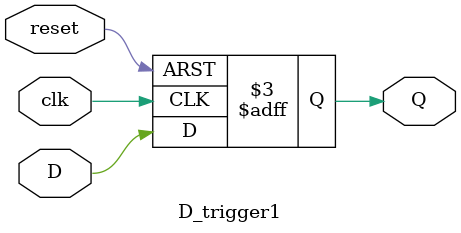
<source format=v>
module D_trigger1(clk,reset,D,Q);
input clk,reset;
input  D;
output reg  Q;

always@(posedge clk or negedge reset) begin
  if(~reset) begin
    Q <= 1'b0;
  end
  else begin 
    Q <= D;
  end
end

endmodule

</source>
